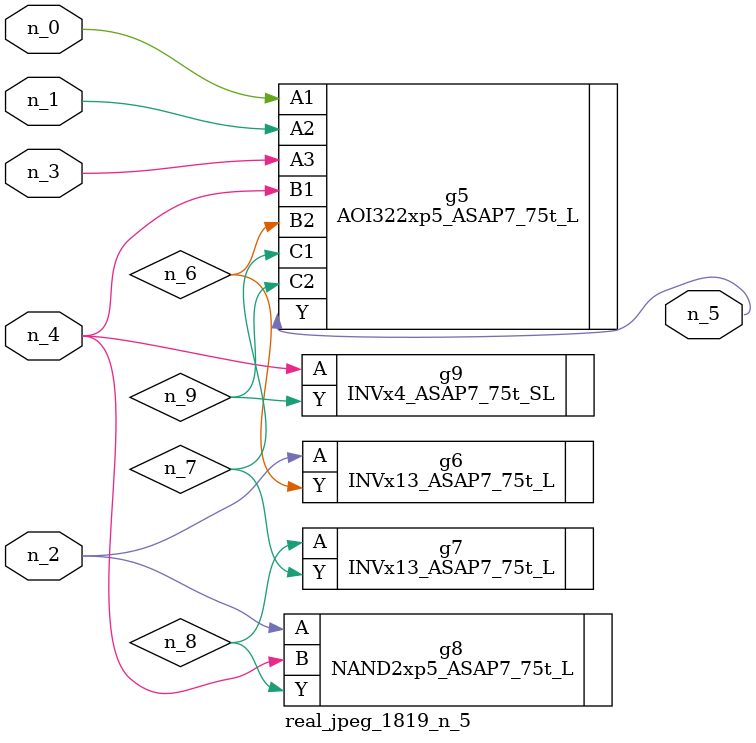
<source format=v>
module real_jpeg_1819_n_5 (n_4, n_0, n_1, n_2, n_3, n_5);

input n_4;
input n_0;
input n_1;
input n_2;
input n_3;

output n_5;

wire n_8;
wire n_6;
wire n_7;
wire n_9;

AOI322xp5_ASAP7_75t_L g5 ( 
.A1(n_0),
.A2(n_1),
.A3(n_3),
.B1(n_4),
.B2(n_6),
.C1(n_7),
.C2(n_9),
.Y(n_5)
);

INVx13_ASAP7_75t_L g6 ( 
.A(n_2),
.Y(n_6)
);

NAND2xp5_ASAP7_75t_L g8 ( 
.A(n_2),
.B(n_4),
.Y(n_8)
);

INVx4_ASAP7_75t_SL g9 ( 
.A(n_4),
.Y(n_9)
);

INVx13_ASAP7_75t_L g7 ( 
.A(n_8),
.Y(n_7)
);


endmodule
</source>
